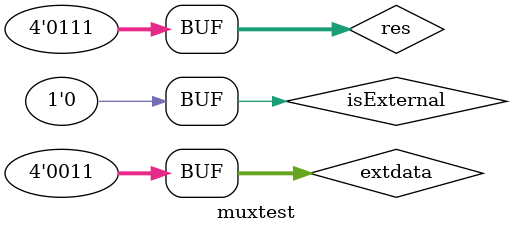
<source format=sv>
`timescale 1ns / 1ps


module muxtest();
logic [3:0] extdata, res;
logic isExternal;
logic [3:0]wrd;
mux2to1 dut(extdata,res,isExternal,wrd);
initial begin
extdata = 4'b0011; res = 4'b0111; isExternal = 1; #10;
isExternal = 0; #10;
end
endmodule

</source>
